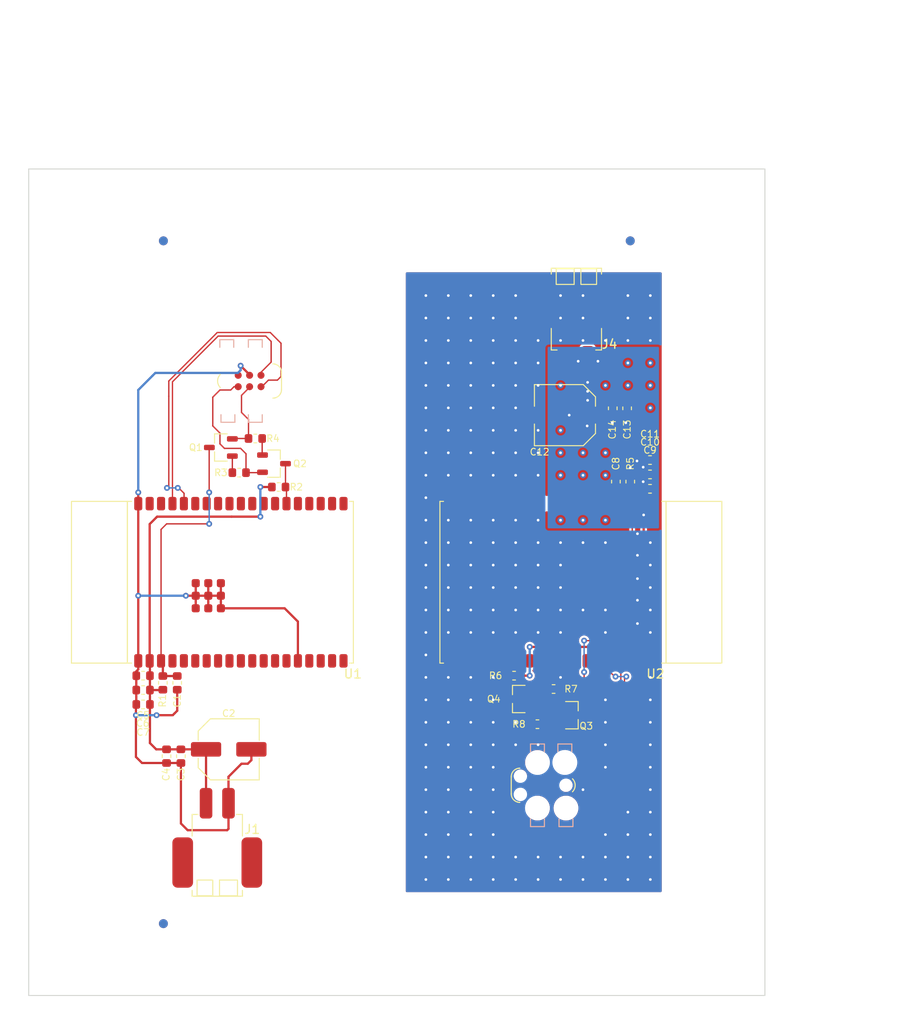
<source format=kicad_pcb>
(kicad_pcb (version 20211014) (generator pcbnew)
  (layers (0 "F.Cu" signal) (1 "In1.Cu" signal) (2 "In2.Cu" signal) (31 "B.Cu" signal) (34 "B.Paste" user) (35 "F.Paste" user) (36 "B.SilkS" user "B.Silkscreen") (37 "F.SilkS" user "F.Silkscreen") (38 "B.Mask" user) (39 "F.Mask" user) (44 "Edge.Cuts" user))
  (net 0 "")
  (net 1 "Board_0-+3V3")
  (net 2 "Board_0-/1_3V3")
  (net 3 "Board_0-/1_EN")
  (net 4 "Board_0-/1_ESP_RX")
  (net 5 "Board_0-/1_ESP_TX")
  (net 6 "Board_0-/1_GND")
  (net 7 "Board_0-/1_IO0")
  (net 8 "Board_0-/1_USB_DTR")
  (net 9 "Board_0-/1_USB_RTS")
  (net 10 "Board_0-/EN")
  (net 11 "Board_0-/ESP_RX")
  (net 12 "Board_0-/ESP_TX")
  (net 13 "Board_0-/IO0")
  (net 14 "Board_0-/USB_DTR")
  (net 15 "Board_0-/USB_RTS")
  (net 16 "Board_0-GND")
  (net 17 "Board_0-Net-(Q1-Pad1)")
  (net 18 "Board_0-Net-(Q2-Pad1)")
  (net 19 "Board_0-Net-(Q3-Pad1)")
  (net 20 "Board_0-Net-(Q4-Pad1)")
  (net 21 "Board_0-unconnected-(J2-Pad2)")
  (net 22 "Board_0-unconnected-(J3-Pad2)")
  (net 23 "Board_0-unconnected-(U1-Pad10)")
  (net 24 "Board_0-unconnected-(U1-Pad11)")
  (net 25 "Board_0-unconnected-(U1-Pad12)")
  (net 26 "Board_0-unconnected-(U1-Pad13)")
  (net 27 "Board_0-unconnected-(U1-Pad14)")
  (net 28 "Board_0-unconnected-(U1-Pad16)")
  (net 29 "Board_0-unconnected-(U1-Pad17)")
  (net 30 "Board_0-unconnected-(U1-Pad18)")
  (net 31 "Board_0-unconnected-(U1-Pad19)")
  (net 32 "Board_0-unconnected-(U1-Pad20)")
  (net 33 "Board_0-unconnected-(U1-Pad21)")
  (net 34 "Board_0-unconnected-(U1-Pad22)")
  (net 35 "Board_0-unconnected-(U1-Pad23)")
  (net 36 "Board_0-unconnected-(U1-Pad24)")
  (net 37 "Board_0-unconnected-(U1-Pad26)")
  (net 38 "Board_0-unconnected-(U1-Pad27)")
  (net 39 "Board_0-unconnected-(U1-Pad28)")
  (net 40 "Board_0-unconnected-(U1-Pad29)")
  (net 41 "Board_0-unconnected-(U1-Pad30)")
  (net 42 "Board_0-unconnected-(U1-Pad31)")
  (net 43 "Board_0-unconnected-(U1-Pad32)")
  (net 44 "Board_0-unconnected-(U1-Pad33)")
  (net 45 "Board_0-unconnected-(U1-Pad36)")
  (net 46 "Board_0-unconnected-(U1-Pad37)")
  (net 47 "Board_0-unconnected-(U1-Pad4)")
  (net 48 "Board_0-unconnected-(U1-Pad5)")
  (net 49 "Board_0-unconnected-(U1-Pad6)")
  (net 50 "Board_0-unconnected-(U1-Pad7)")
  (net 51 "Board_0-unconnected-(U1-Pad8)")
  (net 52 "Board_0-unconnected-(U1-Pad9)")
  (net 53 "Board_0-unconnected-(U2-Pad10)")
  (net 54 "Board_0-unconnected-(U2-Pad11)")
  (net 55 "Board_0-unconnected-(U2-Pad12)")
  (net 56 "Board_0-unconnected-(U2-Pad13)")
  (net 57 "Board_0-unconnected-(U2-Pad14)")
  (net 58 "Board_0-unconnected-(U2-Pad16)")
  (net 59 "Board_0-unconnected-(U2-Pad17)")
  (net 60 "Board_0-unconnected-(U2-Pad18)")
  (net 61 "Board_0-unconnected-(U2-Pad19)")
  (net 62 "Board_0-unconnected-(U2-Pad20)")
  (net 63 "Board_0-unconnected-(U2-Pad21)")
  (net 64 "Board_0-unconnected-(U2-Pad22)")
  (net 65 "Board_0-unconnected-(U2-Pad23)")
  (net 66 "Board_0-unconnected-(U2-Pad24)")
  (net 67 "Board_0-unconnected-(U2-Pad26)")
  (net 68 "Board_0-unconnected-(U2-Pad27)")
  (net 69 "Board_0-unconnected-(U2-Pad28)")
  (net 70 "Board_0-unconnected-(U2-Pad29)")
  (net 71 "Board_0-unconnected-(U2-Pad30)")
  (net 72 "Board_0-unconnected-(U2-Pad31)")
  (net 73 "Board_0-unconnected-(U2-Pad32)")
  (net 74 "Board_0-unconnected-(U2-Pad33)")
  (net 75 "Board_0-unconnected-(U2-Pad36)")
  (net 76 "Board_0-unconnected-(U2-Pad37)")
  (net 77 "Board_0-unconnected-(U2-Pad4)")
  (net 78 "Board_0-unconnected-(U2-Pad5)")
  (net 79 "Board_0-unconnected-(U2-Pad6)")
  (net 80 "Board_0-unconnected-(U2-Pad7)")
  (net 81 "Board_0-unconnected-(U2-Pad8)")
  (net 82 "Board_0-unconnected-(U2-Pad9)")
  (footprint "Fiducial" (layer "F.Cu") (at 30 99)
    (fp_text reference "REF**" hide)
    (fp_text value "Fiducial" hide)
  )
  (footprint "footprints:RESISTOR_0603N" (layer "F.Cu") (at 81.65 41.64 90)
    (fp_text reference "C13")
    (fp_text value "EMK107BB7225MA-T")
  )
  (footprint "footprints:RESISTOR_0603N" (layer "F.Cu") (at 42.84 50.4)
    (fp_text reference "R2")
    (fp_text value "RC0603JR-0710KL")
  )
  (footprint "Fiducial" (layer "F.Cu") (at 30 23)
    (fp_text reference "REF**" hide)
    (fp_text value "Fiducial" hide)
  )
  (footprint "footprints:RESISTOR_0603N" (layer "F.Cu") (at 30.35 80.36 -90)
    (fp_text reference "C4")
    (fp_text value "EMK107BB7225MA-T")
  )
  (footprint "footprints:MMSS8050-L-TPN" (layer "F.Cu") (at 42.32 47.8)
    (fp_text reference "Q2")
    (fp_text value "MMSS8050-L-TP")
  )
  (footprint "footprints:CAPACITOR_0603N" (layer "F.Cu") (at 27.74 71.4 180)
    (fp_text reference "C5")
    (fp_text value "CC0603KRX5R9BB105")
  )
  (footprint "footprints:MMSS8050-L-TPN" (layer "F.Cu") (at 69.58 74 180)
    (fp_text reference "Q4")
    (fp_text value "MMSS8050-L-TP")
  )
  (footprint "footprints:RESISTOR_0603N" (layer "F.Cu") (at 82 49.8 -90)
    (fp_text reference "R5")
    (fp_text value "RC0603JR-0710KL")
  )
  (footprint "footprints:CAPACITOR_0603N" (layer "F.Cu") (at 84.2 49)
    (fp_text reference "C10")
    (fp_text value "CC0603KRX5R9BB105")
  )
  (footprint "footprints:TC2030_SMALL" (layer "F.Cu") (at 39.6 38.6)
    (fp_text reference "J2" hide)
    (fp_text value "Tag_Connect_Programmer_6-Pin" hide)
  )
  (footprint "footprints:CAPACITOR_0603N" (layer "F.Cu") (at 84.2 50.6)
    (fp_text reference "C9")
    (fp_text value "CC0603KRX5R9BB105")
  )
  (footprint "footprints:RESISTOR_0603N" (layer "F.Cu") (at 73.46 72.884999)
    (fp_text reference "R7")
    (fp_text value "RC0603JR-0710KL")
  )
  (footprint "footprints:CAPACITOR_0603N" (layer "F.Cu") (at 27.74 74.6 180)
    (fp_text reference "C7")
    (fp_text value "CC0603KRX5R9BB105")
  )
  (footprint "Fiducial" (layer "F.Cu") (at 82 23)
    (fp_text reference "REF**" hide)
    (fp_text value "Fiducial" hide)
  )
  (footprint "footprints:RESISTOR_0603N" (layer "F.Cu") (at 80.05 41.64 90)
    (fp_text reference "C14")
    (fp_text value "EMK107BB7225MA-T")
  )
  (footprint "footprints:RESISTOR_0603N" (layer "F.Cu") (at 29.94 72.2 90)
    (fp_text reference "R1")
    (fp_text value "RC0603JR-0710KL")
  )
  (footprint "footprints:CAPACITOR_0603N" (layer "F.Cu") (at 84.2 47.4)
    (fp_text reference "C11")
    (fp_text value "CC0603KRX5R9BB105")
  )
  (footprint "footprints:1702473" (layer "F.Cu") (at 76 33.1 180)
    (fp_text reference "J4")
    (fp_text value "1702473")
  )
  (footprint "footprints:CAPACITOR_0603N" (layer "F.Cu") (at 27.74 73 180)
    (fp_text reference "C6")
    (fp_text value "CC0603KRX5R9BB105")
  )
  (footprint "footprints:TC2030_SMALL" (layer "F.Cu") (at 72.3 83.6 180)
    (fp_text reference "J3" hide)
    (fp_text value "Tag_Connect_Programmer_6-Pin" hide)
  )
  (footprint "footprints:RESISTOR_0603N" (layer "F.Cu") (at 40.24 45)
    (fp_text reference "R4")
    (fp_text value "RC0603JR-0710KL")
  )
  (footprint "footprints:ESP32-WROVER-IE-N8R8_EXT_ANT" (layer "F.Cu") (at 76.5 61 -90)
    (fp_text reference "U2")
    (fp_text value "ESP32-WROVER-IE-N8R8")
  )
  (footprint "footprints:RESISTOR_0603N" (layer "F.Cu") (at 71.66 76.8 180)
    (fp_text reference "R8")
    (fp_text value "RC0603JR-0710KL")
  )
  (footprint "footprints:RESISTOR_0603N" (layer "F.Cu") (at 31.95 80.36 -90)
    (fp_text reference "C3")
    (fp_text value "EMK107BB7225MA-T")
  )
  (footprint "footprints:ESP32-WROVER-IE-N8R8_EXT_ANT" (layer "F.Cu") (at 35.46 61 90)
    (fp_text reference "U1")
    (fp_text value "ESP32-WROVER-IE-N8R8")
  )
  (footprint "footprints:RESISTOR_0603N" (layer "F.Cu") (at 38.44 48.8 180)
    (fp_text reference "R3")
    (fp_text value "RC0603JR-0710KL")
  )
  (footprint "footprints:1702473" (layer "F.Cu") (at 36 88.9)
    (fp_text reference "J1")
    (fp_text value "1702473")
  )
  (footprint "footprints:CAPAE660X550D720L265X65N" (layer "F.Cu") (at 37.275 79.6)
    (fp_text reference "C2")
    (fp_text value "EMVE160ADA470MF55G")
  )
  (footprint "footprints:CAPACITOR_0603N" (layer "F.Cu") (at 80.4 49.8 90)
    (fp_text reference "C8")
    (fp_text value "CC0603KRX5R9BB105")
  )
  (footprint "footprints:MMSS8050-L-TPN" (layer "F.Cu") (at 75.5 75.8)
    (fp_text reference "Q3")
    (fp_text value "MMSS8050-L-TP")
  )
  (footprint "footprints:CAPACITOR_0603N" (layer "F.Cu") (at 31.54 72.2 -90)
    (fp_text reference "C1")
    (fp_text value "CC0603KRX5R9BB105")
  )
  (footprint "footprints:MMSS8050-L-TPN" (layer "F.Cu") (at 36.4 46 180)
    (fp_text reference "Q1")
    (fp_text value "MMSS8050-L-TP")
  )
  (footprint "footprints:RESISTOR_0603N" (layer "F.Cu") (at 69.06 71.4 180)
    (fp_text reference "R6")
    (fp_text value "RC0603JR-0710KL")
  )
  (footprint "footprints:CAPAE660X550D720L265X65N" (layer "F.Cu") (at 74.725 42.4 180)
    (fp_text reference "C12")
    (fp_text value "EMVE160ADA470MF55G")
  )
  (footprint "Fiducial" (layer "B.Cu") (at 82 23)
    (fp_text reference "REF**" hide)
    (fp_text value "Fiducial" hide)
  )
  (footprint "Fiducial" (layer "B.Cu") (at 30 99)
    (fp_text reference "REF**" hide)
    (fp_text value "Fiducial" hide)
  )
  (footprint "Fiducial" (layer "B.Cu") (at 30 23)
    (fp_text reference "REF**" hide)
    (fp_text value "Fiducial" hide)
  )
  (gr_line (start 15 107) (end 97 107) (layer "Edge.Cuts") (width 0.1))
  (gr_line (start 97 107) (end 97 15) (layer "Edge.Cuts") (width 0.1))
  (gr_line (start 97 15) (end 15 15) (layer "Edge.Cuts") (width 0.1))
  (gr_line (start 15 15) (end 15 107) (layer "Edge.Cuts") (width 0.1))
  (segment (start 77.25 39.75) (end 77.25 40.75) (width 1) (layer "F.Cu") (net 1))
  (segment (start 82.85 47.4) (end 83.44 47.4) (width 0.75) (layer "F.Cu") (net 1))
  (segment (start 83.49 50.65) (end 83.44 50.6) (width 0.75) (layer "F.Cu") (net 1))
  (segment (start 82.7 42.4) (end 81.65 42.4) (width 0.75) (layer "F.Cu") (net 1))
  (segment (start 77.25 42.4) (end 75.2 42.4) (width 0.75) (layer "F.Cu") (net 1))
  (segment (start 77.25 40.75) (end 77.25 42.4) (width 1) (layer "F.Cu") (net 1))
  (segment (start 77.25 43.55) (end 77.2 43.6) (width 0.75) (layer "F.Cu") (net 1))
  (segment (start 82 49.04) (end 83.4 49.04) (width 0.75) (layer "F.Cu") (net 1))
  (segment (start 77.25 38.75) (end 77.25 39.75) (width 1) (layer "F.Cu") (net 1))
  (segment (start 70.8 71.4) (end 69.82 71.4) (width 0.25) (layer "F.Cu") (net 1))
  (segment (start 77.25 42.4) (end 77.25 43.55) (width 0.75) (layer "F.Cu") (net 1))
  (segment (start 83.44 47.4) (end 83.44 43.14) (width 0.75) (layer "F.Cu") (net 1))
  (segment (start 77.25 36.4) (end 78.4 36.4) (width 1) (layer "F.Cu") (net 1))
  (segment (start 83.44 48.19) (end 83.44 47.4) (width 0.75) (layer "F.Cu") (net 1))
  (segment (start 83.49 67.21) (end 83 67.7) (width 0.25) (layer "F.Cu") (net 1))
  (segment (start 82 49.04) (end 82 48.25) (width 0.75) (layer "F.Cu") (net 1))
  (segment (start 76.8 68.2) (end 70.8 68.2) (width 0.25) (layer "F.Cu") (net 1))
  (segment (start 83.49 51.49) (end 83.49 53.51) (width 0.75) (layer "F.Cu") (net 1))
  (segment (start 83.44 50.6) (end 83.44 48.19) (width 0.75) (layer "F.Cu") (net 1))
  (segment (start 83.49 53.51) (end 83.49 67.21) (width 0.25) (layer "F.Cu") (net 1))
  (segment (start 83.4 49.04) (end 83.44 49) (width 0.75) (layer "F.Cu") (net 1))
  (segment (start 81.65 43.1) (end 81.65 42.4) (width 0.75) (layer "F.Cu") (net 1))
  (segment (start 80.05 42.4) (end 81.65 42.4) (width 0.75) (layer "F.Cu") (net 1))
  (segment (start 81.5 43.25) (end 81.65 43.1) (width 0.75) (layer "F.Cu") (net 1))
  (segment (start 80.05 43.2) (end 80.05 42.4) (width 0.75) (layer "F.Cu") (net 1))
  (segment (start 83.49 52.25) (end 83.49 53.51) (width 0.25) (layer "F.Cu") (net 1))
  (segment (start 77.25 42.4) (end 80.05 42.4) (width 0.75) (layer "F.Cu") (net 1))
  (segment (start 83.49 51.49) (end 83.49 50.65) (width 0.75) (layer "F.Cu") (net 1))
  (segment (start 82.75 47.5) (end 82.85 47.4) (width 0.75) (layer "F.Cu") (net 1))
  (segment (start 77.25 36.4) (end 77.25 38.75) (width 1) (layer "F.Cu") (net 1))
  (segment (start 77.25 36.4) (end 76.2 36.4) (width 1) (layer "F.Cu") (net 1))
  (segment (start 83 67.7) (end 82.5 68.2) (width 0.25) (layer "F.Cu") (net 1))
  (segment (start 83.49 52.25) (end 83.49 51.49) (width 0.75) (layer "F.Cu") (net 1))
  (segment (start 83.44 43.14) (end 82.7 42.4) (width 0.75) (layer "F.Cu") (net 1))
  (segment (start 80 43.25) (end 80.05 43.2) (width 0.75) (layer "F.Cu") (net 1))
  (segment (start 82.5 68.2) (end 76.8 68.2) (width 0.25) (layer "F.Cu") (net 1))
  (via (at 70.8 71.4) (size 0.65) (drill 0.3) (layers "F.Cu" "B.Cu") (net 1))
  (via (at 82 48.25) (size 0.65) (drill 0.3) (layers "F.Cu" "B.Cu") (net 1))
  (via (at 83.49 53.51) (size 0.65) (drill 0.3) (layers "F.Cu" "B.Cu") (net 1))
  (via (at 82.75 47.5) (size 0.65) (drill 0.3) (layers "F.Cu" "B.Cu") (net 1))
  (via (at 77.25 38.75) (size 0.65) (drill 0.3) (layers "F.Cu" "B.Cu") (net 1))
  (via (at 77.25 40.75) (size 0.65) (drill 0.3) (layers "F.Cu" "B.Cu") (net 1))
  (via (at 77.2 43.6) (size 0.65) (drill 0.3) (layers "F.Cu" "B.Cu") (net 1))
  (via (at 81.5 43.25) (size 0.65) (drill 0.3) (layers "F.Cu" "B.Cu") (net 1))
  (via (at 83.44 49.81) (size 0.65) (drill 0.3) (layers "F.Cu" "B.Cu") (net 1))
  (via (at 80 43.25) (size 0.65) (drill 0.3) (layers "F.Cu" "B.Cu") (net 1))
  (via (at 75.2 42.4) (size 0.65) (drill 0.3) (layers "F.Cu" "B.Cu") (net 1))
  (via (at 77.25 39.75) (size 0.65) (drill 0.3) (layers "F.Cu" "B.Cu") (net 1))
  (via (at 83.44 48.19) (size 0.65) (drill 0.3) (layers "F.Cu" "B.Cu") (net 1))
  (via (at 78.4 36.4) (size 0.65) (drill 0.3) (layers "F.Cu" "B.Cu") (net 1))
  (via (at 70.8 68.2) (size 0.65) (drill 0.3) (layers "F.Cu" "B.Cu") (net 1))
  (via (at 76.2 36.4) (size 0.65) (drill 0.3) (layers "F.Cu" "B.Cu") (net 1))
  (segment (start 70.8 68.2) (end 70.8 71.4) (width 0.25) (layer "B.Cu") (net 1))
  (segment (start 31.95 79.6) (end 30.35 79.6) (width 0.25) (layer "F.Cu") (net 2))
  (segment (start 28.5 71.4) (end 28.5 69.78) (width 0.25) (layer "F.Cu") (net 2))
  (segment (start 28.47 54.53) (end 29.2 53.8) (width 0.25) (layer "F.Cu") (net 2))
  (segment (start 28.5 74.6) (end 28.5 73) (width 0.25) (layer "F.Cu") (net 2))
  (segment (start 28.47 69.75) (end 28.47 54.53) (width 0.25) (layer "F.Cu") (net 2))
  (segment (start 28.5 69.78) (end 28.47 69.75) (width 0.25) (layer "F.Cu") (net 2))
  (segment (start 40.8 50.4) (end 42.08 50.4) (width 0.25) (layer "F.Cu") (net 2))
  (segment (start 29.2 53.8) (end 29.3 53.7) (width 0.25) (layer "F.Cu") (net 2))
  (segment (start 34.75 79.6) (end 31.95 79.6) (width 0.25) (layer "F.Cu") (net 2))
  (segment (start 29.2 79.6) (end 30.35 79.6) (width 0.25) (layer "F.Cu") (net 2))
  (segment (start 28.5 74.6) (end 28.5 78.9) (width 0.25) (layer "F.Cu") (net 2))
  (segment (start 28.5 78.9) (end 29.2 79.6) (width 0.25) (layer "F.Cu") (net 2))
  (segment (start 29.9 73) (end 29.94 72.96) (width 0.25) (layer "F.Cu") (net 2))
  (segment (start 29.3 53.7) (end 37.6 53.7) (width 0.25) (layer "F.Cu") (net 2))
  (segment (start 28.5 73) (end 28.5 71.4) (width 0.25) (layer "F.Cu") (net 2))
  (segment (start 28.5 73) (end 29.9 73) (width 0.25) (layer "F.Cu") (net 2))
  (segment (start 34.75 85.6) (end 34.75 79.6) (width 0.25) (layer "F.Cu") (net 2))
  (segment (start 37.6 53.7) (end 40.8 53.7) (width 0.25) (layer "F.Cu") (net 2))
  (via (at 40.8 53.7) (size 0.65) (drill 0.3) (layers "F.Cu" "B.Cu") (net 2))
  (via (at 40.8 50.4) (size 0.65) (drill 0.3) (layers "F.Cu" "B.Cu") (net 2))
  (segment (start 40.8 53.7) (end 40.8 50.4) (width 0.25) (layer "B.Cu") (net 2))
  (segment (start 82.22 50.78) (end 82 50.56) (width 0.15) (layer "F.Cu") (net 3))
  (segment (start 76.86 67.5) (end 81.6 67.5) (width 0.15) (layer "F.Cu") (net 3))
  (segment (start 82.22 66.88) (end 82.22 52.25) (width 0.15) (layer "F.Cu") (net 3))
  (segment (start 76.86 71) (end 76.86 75.98) (width 0.15) (layer "F.Cu") (net 3))
  (segment (start 82.22 52.25) (end 82.22 50.78) (width 0.15) (layer "F.Cu") (net 3))
  (segment (start 81.6 67.5) (end 82.22 66.88) (width 0.15) (layer "F.Cu") (net 3))
  (segment (start 80.4 50.56) (end 82 50.56) (width 0.15) (layer "F.Cu") (net 3))
  (via (at 76.86 71) (size 0.65) (drill 0.3) (layers "F.Cu" "B.Cu") (net 3))
  (via (at 76.86 67.5) (size 0.65) (drill 0.3) (layers "F.Cu" "B.Cu") (net 3))
  (segment (start 76.86 67.5) (end 76.86 71) (width 0.15) (layer "B.Cu") (net 3))
  (segment (start 81.36 83.4) (end 81.36 81.7) (width 0.15) (layer "F.Cu") (net 4))
  (segment (start 71.06 88.8) (end 75.96 88.8) (width 0.15) (layer "F.Cu") (net 4))
  (segment (start 81.36 81.7) (end 81.36 71.7) (width 0.15) (layer "F.Cu") (net 4))
  (segment (start 69.16 87.9) (end 70.06 88.8) (width 0.15) (layer "F.Cu") (net 4))
  (segment (start 81.36 71.7) (end 81.56 71.5) (width 0.15) (layer "F.Cu") (net 4))
  (segment (start 79.66 69.77) (end 79.68 69.75) (width 0.15) (layer "F.Cu") (net 4))
  (segment (start 80.26 71.5) (end 79.66 70.9) (width 0.15) (layer "F.Cu") (net 4))
  (segment (start 75.96 88.8) (end 77.76 87) (width 0.15) (layer "F.Cu") (net 4))
  (segment (start 70.06 88.8) (end 71.06 88.8) (width 0.15) (layer "F.Cu") (net 4))
  (segment (start 70.995 82.765) (end 70.26 83.5) (width 0.15) (layer "F.Cu") (net 4))
  (segment (start 80.36 71.5) (end 80.26 71.5) (width 0.15) (layer "F.Cu") (net 4))
  (segment (start 68.86 87.6) (end 69.16 87.9) (width 0.15) (layer "F.Cu") (net 4))
  (segment (start 70.26 83.5) (end 69.26 83.5) (width 0.15) (layer "F.Cu") (net 4))
  (segment (start 79.66 70.9) (end 79.66 69.77) (width 0.15) (layer "F.Cu") (net 4))
  (segment (start 68.86 83.9) (end 68.86 87.6) (width 0.15) (layer "F.Cu") (net 4))
  (segment (start 77.76 87) (end 81.36 83.4) (width 0.15) (layer "F.Cu") (net 4))
  (segment (start 69.26 83.5) (end 68.86 83.9) (width 0.15) (layer "F.Cu") (net 4))
  (via (at 81.56 71.5) (size 0.65) (drill 0.3) (layers "F.Cu" "B.Cu") (net 4))
  (via (at 80.36 71.5) (size 0.65) (drill 0.3) (layers "F.Cu" "B.Cu") (net 4))
  (segment (start 81.56 71.5) (end 80.36 71.5) (width 0.15) (layer "B.Cu") (net 4))
  (segment (start 71.09 84.37) (end 71.09 84.49) (width 0.15) (layer "F.Cu") (net 5))
  (segment (start 80.95 83.31) (end 80.95 69.75) (width 0.15) (layer "F.Cu") (net 5))
  (segment (start 69.96 85.62) (end 69.96 87.8) (width 0.15) (layer "F.Cu") (net 5))
  (segment (start 75.86 88.4) (end 80.95 83.31) (width 0.15) (layer "F.Cu") (net 5))
  (segment (start 69.96 87.8) (end 70.56 88.4) (width 0.15) (layer "F.Cu") (net 5))
  (segment (start 70.56 88.4) (end 75.86 88.4) (width 0.15) (layer "F.Cu") (net 5))
  (segment (start 71.09 84.49) (end 69.96 85.62) (width 0.15) (layer "F.Cu") (net 5))
  (segment (start 32.7 88.6) (end 31.95 87.85) (width 0.25) (layer "F.Cu") (net 6))
  (segment (start 39.4 81.2) (end 39.8 80.8) (width 0.25) (layer "F.Cu") (net 6))
  (segment (start 44.98 65.38) (end 43.5 63.9) (width 0.25) (layer "F.Cu") (net 6))
  (segment (start 26.98 71.4) (end 26.98 70.92) (width 0.25) (layer "F.Cu") (net 6))
  (segment (start 31.54 72.96) (end 31.54 75.3) (width 0.25) (layer "F.Cu") (net 6))
  (segment (start 39.6 37.9) (end 39.6 37.965) (width 0.25) (layer "F.Cu") (net 6))
  (segment (start 27.2 52.25) (end 27.2 62.5) (width 0.25) (layer "F.Cu") (net 6))
  (segment (start 44.98 69.75) (end 44.98 65.38) (width 0.25) (layer "F.Cu") (net 6))
  (segment (start 35 61.1) (end 35 63.9) (width 0.25) (layer "F.Cu") (net 6))
  (segment (start 32.5 62.5) (end 36.4 62.5) (width 0.25) (layer "F.Cu") (net 6))
  (segment (start 31.95 87.85) (end 31.95 81.12) (width 0.25) (layer "F.Cu") (net 6))
  (segment (start 27.62 81.12) (end 26.94 80.44) (width 0.25) (layer "F.Cu") (net 6))
  (segment (start 37.25 88.45) (end 37.1 88.6) (width 0.25) (layer "F.Cu") (net 6))
  (segment (start 26.94 80.44) (end 26.94 75.8) (width 0.25) (layer "F.Cu") (net 6))
  (segment (start 30.35 81.12) (end 27.62 81.12) (width 0.25) (layer "F.Cu") (net 6))
  (segment (start 38.7 81.2) (end 39.4 81.2) (width 0.25) (layer "F.Cu") (net 6))
  (segment (start 39.8 80.8) (end 39.8 79.6) (width 0.25) (layer "F.Cu") (net 6))
  (segment (start 30.35 81.12) (end 31.95 81.12) (width 0.25) (layer "F.Cu") (net 6))
  (segment (start 43.5 63.9) (end 36.4 63.9) (width 0.25) (layer "F.Cu") (net 6))
  (segment (start 26.98 70.92) (end 27.2 70.7) (width 0.25) (layer "F.Cu") (net 6))
  (segment (start 26.98 74.6) (end 26.98 71.4) (width 0.25) (layer "F.Cu") (net 6))
  (segment (start 26.94 75.8) (end 26.94 74.64) (width 0.25) (layer "F.Cu") (net 6))
  (segment (start 27.2 62.5) (end 27.2 69.75) (width 0.25) (layer "F.Cu") (net 6))
  (segment (start 37.25 82.65) (end 38.7 81.2) (width 0.25) (layer "F.Cu") (net 6))
  (segment (start 37.25 85.6) (end 37.25 88.45) (width 0.25) (layer "F.Cu") (net 6))
  (segment (start 37.1 88.6) (end 32.7 88.6) (width 0.25) (layer "F.Cu") (net 6))
  (segment (start 31.04 75.8) (end 29.24 75.8) (width 0.25) (layer "F.Cu") (net 6))
  (segment (start 27.2 70.7) (end 27.2 69.75) (width 0.25) (layer "F.Cu") (net 6))
  (segment (start 27.2 52.25) (end 27.2 51) (width 0.25) (layer "F.Cu") (net 6))
  (segment (start 31.54 75.3) (end 31.24 75.6) (width 0.25) (layer "F.Cu") (net 6))
  (segment (start 36.4 63.9) (end 36.4 61.1) (width 0.25) (layer "F.Cu") (net 6))
  (segment (start 37.25 85.6) (end 37.25 82.65) (width 0.25) (layer "F.Cu") (net 6))
  (segment (start 31.24 75.6) (end 31.04 75.8) (width 0.25) (layer "F.Cu") (net 6))
  (segment (start 38.6 36.9) (end 39.6 37.9) (width 0.25) (layer "F.Cu") (net 6))
  (segment (start 33.6 63.9) (end 33.6 61.1) (width 0.25) (layer "F.Cu") (net 6))
  (via (at 29.24 75.8) (size 0.65) (drill 0.3) (layers "F.Cu" "B.Cu") (net 6))
  (via (at 32.5 62.5) (size 0.65) (drill 0.3) (layers "F.Cu" "B.Cu") (net 6))
  (via (at 27.2 62.5) (size 0.65) (drill 0.3) (layers "F.Cu" "B.Cu") (net 6))
  (via (at 26.94 75.8) (size 0.65) (drill 0.3) (layers "F.Cu" "B.Cu") (net 6))
  (via (at 27.2 51) (size 0.65) (drill 0.3) (layers "F.Cu" "B.Cu") (net 6))
  (via (at 38.6 36.9) (size 0.65) (drill 0.3) (layers "F.Cu" "B.Cu") (net 6))
  (segment (start 38.3 37.7) (end 38.6 37.4) (width 0.25) (layer "B.Cu") (net 6))
  (segment (start 29.24 75.8) (end 26.94 75.8) (width 0.25) (layer "B.Cu") (net 6))
  (segment (start 27.2 51) (end 27.2 39.6) (width 0.25) (layer "B.Cu") (net 6))
  (segment (start 27.2 62.5) (end 32.5 62.5) (width 0.25) (layer "B.Cu") (net 6))
  (segment (start 28.8 38) (end 29.1 37.7) (width 0.25) (layer "B.Cu") (net 6))
  (segment (start 38.6 37.4) (end 38.6 36.9) (width 0.25) (layer "B.Cu") (net 6))
  (segment (start 27.2 39.6) (end 28.8 38) (width 0.25) (layer "B.Cu") (net 6))
  (segment (start 29.1 37.7) (end 38.3 37.7) (width 0.25) (layer "B.Cu") (net 6))
  (segment (start 68.25 69.75) (end 68.25 71.49) (width 0.15) (layer "F.Cu") (net 7))
  (segment (start 68.36 71.6) (end 68.36 74.2) (width 0.15) (layer "F.Cu") (net 7))
  (segment (start 68.25 71.49) (end 68.36 71.6) (width 0.15) (layer "F.Cu") (net 7))
  (segment (start 75.16 75.9) (end 73.36 75.9) (width 0.15) (layer "F.Cu") (net 8))
  (segment (start 72.76 73.2) (end 70.96 73.2) (width 0.15) (layer "F.Cu") (net 8))
  (segment (start 72.76 75.3) (end 72.76 73.2) (width 0.15) (layer "F.Cu") (net 8))
  (segment (start 73.36 75.9) (end 72.76 75.3) (width 0.15) (layer "F.Cu") (net 8))
  (segment (start 76.46 81.6) (end 76.46 78.4) (width 0.15) (layer "F.Cu") (net 8))
  (segment (start 74.095 82.765) (end 74.26 82.6) (width 0.15) (layer "F.Cu") (net 8))
  (segment (start 75.66 77.6) (end 75.66 76.4) (width 0.15) (layer "F.Cu") (net 8))
  (segment (start 76.46 78.4) (end 75.66 77.6) (width 0.15) (layer "F.Cu") (net 8))
  (segment (start 75.46 82.6) (end 76.46 81.6) (width 0.15) (layer "F.Cu") (net 8))
  (segment (start 74.26 82.6) (end 75.46 82.6) (width 0.15) (layer "F.Cu") (net 8))
  (segment (start 75.66 76.4) (end 75.16 75.9) (width 0.15) (layer "F.Cu") (net 8))
  (segment (start 73.63 82.765) (end 74.095 82.765) (width 0.15) (layer "F.Cu") (net 8))
  (segment (start 73.2 81.86) (end 72.36 82.7) (width 0.15) (layer "F.Cu") (net 9))
  (segment (start 73.2 79.84) (end 73.2 81.86) (width 0.15) (layer "F.Cu") (net 9))
  (segment (start 72.36 82.7) (end 72.36 82.765) (width 0.15) (layer "F.Cu") (net 9))
  (segment (start 74.24 77) (end 72.48 77) (width 0.15) (layer "F.Cu") (net 9))
  (segment (start 72.48 79.12) (end 73.2 79.84) (width 0.15) (layer "F.Cu") (net 9))
  (segment (start 74.28 76.96) (end 74.24 77) (width 0.15) (layer "F.Cu") (net 9))
  (segment (start 72.48 77) (end 72.48 79.12) (width 0.15) (layer "F.Cu") (net 9))
  (segment (start 35.1 54.5) (end 30.36 54.5) (width 0.15) (layer "F.Cu") (net 10))
  (segment (start 35.1 51) (end 35.1 46.02) (width 0.15) (layer "F.Cu") (net 10))
  (segment (start 30.36 54.5) (end 29.74 55.12) (width 0.15) (layer "F.Cu") (net 10))
  (segment (start 31.54 71.44) (end 29.94 71.44) (width 0.25) (layer "F.Cu") (net 10))
  (segment (start 35.1 46.02) (end 35.12 46) (width 0.15) (layer "F.Cu") (net 10))
  (segment (start 29.94 71.44) (end 29.94 69.95) (width 0.25) (layer "F.Cu") (net 10))
  (segment (start 29.74 55.12) (end 29.74 69.75) (width 0.15) (layer "F.Cu") (net 10))
  (via (at 35.1 54.5) (size 0.65) (drill 0.3) (layers "F.Cu" "B.Cu") (net 10))
  (via (at 35.1 51) (size 0.65) (drill 0.3) (layers "F.Cu" "B.Cu") (net 10))
  (segment (start 35.1 54.5) (end 35.1 51) (width 0.15) (layer "B.Cu") (net 10))
  (segment (start 42.8 34.1) (end 41.9 33.2) (width 0.15) (layer "F.Cu") (net 11))
  (segment (start 32.3 52.23) (end 32.28 52.25) (width 0.15) (layer "F.Cu") (net 11))
  (segment (start 31.7 50.5) (end 32.3 51.1) (width 0.15) (layer "F.Cu") (net 11))
  (segment (start 42.7 38.5) (end 43.1 38.1) (width 0.15) (layer "F.Cu") (net 11))
  (segment (start 30.6 38.6) (end 30.6 40.3) (width 0.15) (layer "F.Cu") (net 11))
  (segment (start 40.965 39.235) (end 41.7 38.5) (width 0.15) (layer "F.Cu") (net 11))
  (segment (start 30.6 50.3) (end 30.4 50.5) (width 0.15) (layer "F.Cu") (net 11))
  (segment (start 32.3 51.1) (end 32.3 52.23) (width 0.15) (layer "F.Cu") (net 11))
  (segment (start 43.1 34.4) (end 42.8 34.1) (width 0.15) (layer "F.Cu") (net 11))
  (segment (start 30.6 40.3) (end 30.6 50.3) (width 0.15) (layer "F.Cu") (net 11))
  (segment (start 31.6 50.5) (end 31.7 50.5) (width 0.15) (layer "F.Cu") (net 11))
  (segment (start 43.1 38.1) (end 43.1 34.4) (width 0.15) (layer "F.Cu") (net 11))
  (segment (start 40.9 33.2) (end 36 33.2) (width 0.15) (layer "F.Cu") (net 11))
  (segment (start 41.9 33.2) (end 40.9 33.2) (width 0.15) (layer "F.Cu") (net 11))
  (segment (start 40.87 39.235) (end 40.965 39.235) (width 0.15) (layer "F.Cu") (net 11))
  (segment (start 36 33.2) (end 34.2 35) (width 0.15) (layer "F.Cu") (net 11))
  (segment (start 34.2 35) (end 30.6 38.6) (width 0.15) (layer "F.Cu") (net 11))
  (segment (start 41.7 38.5) (end 42.7 38.5) (width 0.15) (layer "F.Cu") (net 11))
  (via (at 30.4 50.5) (size 0.65) (drill 0.3) (layers "F.Cu" "B.Cu") (net 11))
  (via (at 31.6 50.5) (size 0.65) (drill 0.3) (layers "F.Cu" "B.Cu") (net 11))
  (segment (start 30.4 50.5) (end 31.6 50.5) (width 0.15) (layer "B.Cu") (net 11))
  (segment (start 41.4 33.6) (end 36.1 33.6) (width 0.15) (layer "F.Cu") (net 12))
  (segment (start 31.01 38.69) (end 31.01 52.25) (width 0.15) (layer "F.Cu") (net 12))
  (segment (start 40.87 37.965) (end 40.87 37.63) (width 0.15) (layer "F.Cu") (net 12))
  (segment (start 42 34.2) (end 41.4 33.6) (width 0.15) (layer "F.Cu") (net 12))
  (segment (start 42 36.5) (end 42 34.2) (width 0.15) (layer "F.Cu") (net 12))
  (segment (start 36.1 33.6) (end 31.01 38.69) (width 0.15) (layer "F.Cu") (net 12))
  (segment (start 40.87 37.63) (end 42 36.5) (width 0.15) (layer "F.Cu") (net 12))
  (segment (start 43.71 52.25) (end 43.71 50.51) (width 0.15) (layer "F.Cu") (net 13))
  (segment (start 43.71 50.51) (end 43.6 50.4) (width 0.15) (layer "F.Cu") (net 13))
  (segment (start 43.6 50.4) (end 43.6 47.8) (width 0.15) (layer "F.Cu") (net 13))
  (segment (start 39.2 46.7) (end 39.2 48.8) (width 0.15) (layer "F.Cu") (net 14))
  (segment (start 41.04 48.76) (end 41 48.8) (width 0.15) (layer "F.Cu") (net 14))
  (segment (start 41 48.8) (end 39.2 48.8) (width 0.15) (layer "F.Cu") (net 14))
  (segment (start 37.865 39.235) (end 37.5 39.6) (width 0.15) (layer "F.Cu") (net 14))
  (segment (start 36.3 45.6) (end 36.8 46.1) (width 0.15) (layer "F.Cu") (net 14))
  (segment (start 38.6 46.1) (end 39.2 46.7) (width 0.15) (layer "F.Cu") (net 14))
  (segment (start 37.5 39.6) (end 36.3 39.6) (width 0.15) (layer "F.Cu") (net 14))
  (segment (start 36.3 39.6) (end 35.5 40.4) (width 0.15) (layer "F.Cu") (net 14))
  (segment (start 36.3 44.4) (end 36.3 45.6) (width 0.15) (layer "F.Cu") (net 14))
  (segment (start 35.5 40.4) (end 35.5 43.6) (width 0.15) (layer "F.Cu") (net 14))
  (segment (start 36.8 46.1) (end 38.6 46.1) (width 0.15) (layer "F.Cu") (net 14))
  (segment (start 38.33 39.235) (end 37.865 39.235) (width 0.15) (layer "F.Cu") (net 14))
  (segment (start 35.5 43.6) (end 36.3 44.4) (width 0.15) (layer "F.Cu") (net 14))
  (segment (start 38.7 40.2) (end 39.6 39.3) (width 0.15) (layer "F.Cu") (net 15))
  (segment (start 39.48 42.88) (end 38.7 42.1) (width 0.15) (layer "F.Cu") (net 15))
  (segment (start 39.6 39.3) (end 39.6 39.235) (width 0.15) (layer "F.Cu") (net 15))
  (segment (start 37.72 45) (end 37.68 45.04) (width 0.15) (layer "F.Cu") (net 15))
  (segment (start 38.7 42.1) (end 38.7 40.2) (width 0.15) (layer "F.Cu") (net 15))
  (segment (start 39.48 45) (end 37.72 45) (width 0.15) (layer "F.Cu") (net 15))
  (segment (start 39.48 45) (end 39.48 42.88) (width 0.15) (layer "F.Cu") (net 15))
  (via (at 74.235 61.590476) (size 0.65) (drill 0.3) (layers "F.Cu" "B.Cu") (net 16))
  (via (at 64.235 66.590476) (size 0.65) (drill 0.3) (layers "F.Cu" "B.Cu") (net 16))
  (via (at 59.235 64.090476) (size 0.65) (drill 0.3) (layers "F.Cu" "B.Cu") (net 16))
  (via (at 69.235 44.090476) (size 0.65) (drill 0.3) (layers "F.Cu" "B.Cu") (net 16))
  (via (at 66.735 91.590476) (size 0.65) (drill 0.3) (layers "F.Cu" "B.Cu") (net 16))
  (via (at 74.235 64.090476) (size 0.65) (drill 0.3) (layers "F.Cu" "B.Cu") (net 16))
  (via (at 71.735 61.590476) (size 0.65) (drill 0.3) (layers "F.Cu" "B.Cu") (net 16))
  (via (at 84.235 79.090476) (size 0.65) (drill 0.3) (layers "F.Cu" "B.Cu") (net 16))
  (via (at 71.735 34.090476) (size 0.65) (drill 0.3) (layers "F.Cu" "B.Cu") (net 16))
  (via (at 61.735 66.590476) (size 0.65) (drill 0.3) (layers "F.Cu" "B.Cu") (net 16))
  (via (at 71.735 36.590476) (size 0.65) (drill 0.3) (layers "F.Cu" "B.Cu") (net 16))
  (via (at 79.235 46.590476) (size 0.65) (drill 0.3) (layers "F.Cu" "B.Cu") (net 16))
  (via (at 71.735 94.090476) (size 0.65) (drill 0.3) (layers "F.Cu" "B.Cu") (net 16))
  (via (at 69.235 64.090476) (size 0.65) (drill 0.3) (layers "F.Cu" "B.Cu") (net 16))
  (via (at 61.735 49.090476) (size 0.65) (drill 0.3) (layers "F.Cu" "B.Cu") (net 16))
  (via (at 79.235 94.090476) (size 0.65) (drill 0.3) (layers "F.Cu" "B.Cu") (net 16))
  (via (at 76.735 34.090476) (size 0.65) (drill 0.3) (layers "F.Cu" "B.Cu") (net 16))
  (via (at 61.735 36.590476) (size 0.65) (drill 0.3) (layers "F.Cu" "B.Cu") (net 16))
  (via (at 61.735 94.090476) (size 0.65) (drill 0.3) (layers "F.Cu" "B.Cu") (net 16))
  (via (at 76.735 64.090476) (size 0.65) (drill 0.3) (layers "F.Cu" "B.Cu") (net 16))
  (via (at 71.735 66.590476) (size 0.65) (drill 0.3) (layers "F.Cu" "B.Cu") (net 16))
  (via (at 74.235 94.090476) (size 0.65) (drill 0.3) (layers "F.Cu" "B.Cu") (net 16))
  (via (at 81.735 34.090476) (size 0.65) (drill 0.3) (layers "F.Cu" "B.Cu") (net 16))
  (via (at 81.735 39.090476) (size 0.65) (drill 0.3) (layers "F.Cu" "B.Cu") (net 16))
  (via (at 69.235 46.590476) (size 0.65) (drill 0.3) (layers "F.Cu" "B.Cu") (net 16))
  (via (at 84.235 29.090476) (size 0.65) (drill 0.3) (layers "F.Cu" "B.Cu") (net 16))
  (via (at 59.235 76.590476) (size 0.65) (drill 0.3) (layers "F.Cu" "B.Cu") (net 16))
  (via (at 66.735 59.090476) (size 0.65) (drill 0.3) (layers "F.Cu" "B.Cu") (net 16))
  (via (at 84.235 31.590476) (size 0.65) (drill 0.3) (layers "F.Cu" "B.Cu") (net 16))
  (via (at 84.235 41.590476) (size 0.65) (drill 0.3) (layers "F.Cu" "B.Cu") (net 16))
  (via (at 66.735 56.590476) (size 0.65) (drill 0.3) (layers "F.Cu" "B.Cu") (net 16))
  (via (at 61.735 56.590476) (size 0.65) (drill 0.3) (layers "F.Cu" "B.Cu") (net 16))
  (via (at 66.735 84.090476) (size 0.65) (drill 0.3) (layers "F.Cu" "B.Cu") (net 16))
  (via (at 59.235 74.090476) (size 0.65) (drill 0.3) (layers "F.Cu" "B.Cu") (net 16))
  (via (at 59.235 51.590476) (size 0.65) (drill 0.3) (layers "F.Cu" "B.Cu") (net 16))
  (via (at 66.735 31.590476) (size 0.65) (drill 0.3) (layers "F.Cu" "B.Cu") (net 16))
  (via (at 74.235 54.090476) (size 0.65) (drill 0.3) (layers "F.Cu" "B.Cu") (net 16))
  (via (at 74.235 59.090476) (size 0.65) (drill 0.3) (layers "F.Cu" "B.Cu") (net 16))
  (via (at 76.735 46.590476) (size 0.65) (drill 0.3) (layers "F.Cu" "B.Cu") (net 16))
  (via (at 81.735 36.590476) (size 0.65) (drill 0.3) (layers "F.Cu" "B.Cu") (net 16))
  (via (at 71.735 56.590476) (size 0.65) (drill 0.3) (layers "F.Cu" "B.Cu") (net 16))
  (via (at 61.735 39.090476) (size 0.65) (drill 0.3) (layers "F.Cu" "B.Cu") (net 16))
  (via (at 59.235 46.590476) (size 0.65) (drill 0.3) (layers "F.Cu" "B.Cu") (net 16))
  (via (at 64.235 74.090476) (size 0.65) (drill 0.3) (layers "F.Cu" "B.Cu") (net 16))
  (via (at 82.8 55.6) (size 0.65) (drill 0.3) (layers "F.Cu" "B.Cu") (net 16))
  (via (at 84.235 74.090476) (size 0.65) (drill 0.3) (layers "F.Cu" "B.Cu") (net 16))
  (via (at 59.235 31.590476) (size 0.65) (drill 0.3) (layers "F.Cu" "B.Cu") (net 16))
  (via (at 74.235 44.090476) (size 0.65) (drill 0.3) (layers "F.Cu" "B.Cu") (net 16))
  (via (at 59.235 39.090476) (size 0.65) (drill 0.3) (layers "F.Cu" "B.Cu") (net 16))
  (via (at 81.735 94.090476) (size 0.65) (drill 0.3) (layers "F.Cu" "B.Cu") (net 16))
  (via (at 66.735 54.090476) (size 0.65) (drill 0.3) (layers "F.Cu" "B.Cu") (net 16))
  (via (at 66.735 46.590476) (size 0.65) (drill 0.3) (layers "F.Cu" "B.Cu") (net 16))
  (via (at 66.735 34.090476) (size 0.65) (drill 0.3) (layers "F.Cu" "B.Cu") (net 16))
  (via (at 64.235 64.090476) (size 0.65) (drill 0.3) (layers "F.Cu" "B.Cu") (net 16))
  (via (at 64.235 49.090476) (size 0.65) (drill 0.3) (layers "F.Cu" "B.Cu") (net 16))
  (via (at 64.235 91.590476) (size 0.65) (drill 0.3) (layers "F.Cu" "B.Cu") (net 16))
  (via (at 66.735 76.590476) (size 0.65) (drill 0.3) (layers "F.Cu" "B.Cu") (net 16))
  (via (at 79.235 49.090476) (size 0.65) (drill 0.3) (layers "F.Cu" "B.Cu") (net 16))
  (via (at 79.235 34.090476) (size 0.65) (drill 0.3) (layers "F.Cu" "B.Cu") (net 16))
  (via (at 74.235 66.590476) (size 0.65) (drill 0.3) (layers "F.Cu" "B.Cu") (net 16))
  (via (at 61.735 74.090476) (size 0.65) (drill 0.3) (layers "F.Cu" "B.Cu") (net 16))
  (via (at 76.735 91.590476) (size 0.65) (drill 0.3) (layers "F.Cu" "B.Cu") (net 16))
  (via (at 59.235 71.590476) (size 0.65) (drill 0.3) (layers "F.Cu" "B.Cu") (net 16))
  (via (at 61.735 89.090476) (size 0.65) (drill 0.3) (layers "F.Cu" "B.Cu") (net 16))
  (via (at 84.235 34.090476) (size 0.65) (drill 0.3) (layers "F.Cu" "B.Cu") (net 16))
  (via (at 84.235 71.590476) (size 0.65) (drill 0.3) (layers "F.Cu" "B.Cu") (net 16))
  (via (at 66.735 29.090476) (size 0.65) (drill 0.3) (layers "F.Cu" "B.Cu") (net 16))
  (via (at 64.235 71.590476) (size 0.65) (drill 0.3) (layers "F.Cu" "B.Cu") (net 16))
  (via (at 79.235 64.090476) (size 0.65) (drill 0.3) (layers "F.Cu" "B.Cu") (net 16))
  (via (at 64.235 61.590476) (size 0.65) (drill 0.3) (layers "F.Cu" "B.Cu") (net 16))
  (via (at 61.735 29.090476) (size 0.65) (drill 0.3) (layers "F.Cu" "B.Cu") (net 16))
  (via (at 84.235 84.090476) (size 0.65) (drill 0.3) (layers "F.Cu" "B.Cu") (net 16))
  (via (at 64.235 81.590476) (size 0.65) (drill 0.3) (layers "F.Cu" "B.Cu") (net 16))
  (via (at 64.235 54.090476) (size 0.65) (drill 0.3) (layers "F.Cu" "B.Cu") (net 16))
  (via (at 66.735 61.590476) (size 0.65) (drill 0.3) (layers "F.Cu" "B.Cu") (net 16))
  (via (at 69.235 54.090476) (size 0.65) (drill 0.3) (layers "F.Cu" "B.Cu") (net 16))
  (via (at 64.235 76.590476) (size 0.65) (drill 0.3) (layers "F.Cu" "B.Cu") (net 16))
  (via (at 59.235 41.590476) (size 0.65) (drill 0.3) (layers "F.Cu" "B.Cu") (net 16))
  (via (at 76.735 31.590476) (size 0.65) (drill 0.3) (layers "F.Cu" "B.Cu") (net 16))
  (via (at 74.235 34.090476) (size 0.65) (drill 0.3) (layers "F.Cu" "B.Cu") (net 16))
  (via (at 79.235 56.590476) (size 0.65) (drill 0.3) (layers "F.Cu" "B.Cu") (net 16))
  (via (at 71.735 54.090476) (size 0.65) (drill 0.3) (layers "F.Cu" "B.Cu") (net 16))
  (via (at 71.735 59.090476) (size 0.65) (drill 0.3) (layers "F.Cu" "B.Cu") (net 16))
  (via (at 66.735 64.090476) (size 0.65) (drill 0.3) (layers "F.Cu" "B.Cu") (net 16))
  (via (at 66.735 94.090476) (size 0.65) (drill 0.3) (layers "F.Cu" "B.Cu") (net 16))
  (via (at 69.235 36.590476) (size 0.65) (drill 0.3) (layers "F.Cu" "B.Cu") (net 16))
  (via (at 59.235 59.090476) (size 0.65) (drill 0.3) (layers "F.Cu" "B.Cu") (net 16))
  (via (at 76.735 94.090476) (size 0.65) (drill 0.3) (layers "F.Cu" "B.Cu") (net 16))
  (via (at 59.235 56.590476) (size 0.65) (drill 0.3) (layers "F.Cu" "B.Cu") (net 16))
  (via (at 61.735 71.590476) (size 0.65) (drill 0.3) (layers "F.Cu" "B.Cu") (net 16))
  (via (at 66.735 66.590476) (size 0.65) (drill 0.3) (layers "F.Cu" "B.Cu") (net 16))
  (via (at 59.235 49.090476) (size 0.65) (drill 0.3) (layers "F.Cu" "B.Cu") (net 16))
  (via (at 59.235 54.090476) (size 0.65) (drill 0.3) (layers "F.Cu" "B.Cu") (net 16))
  (via (at 74.235 46.590476) (size 0.65) (drill 0.3) (layers "F.Cu" "B.Cu") (net 16))
  (via (at 59.235 91.590476) (size 0.65) (drill 0.3) (layers "F.Cu" "B.Cu") (net 16))
  (via (at 69.235 66.590476) (size 0.65) (drill 0.3) (layers "F.Cu" "B.Cu") (net 16))
  (via (at 61.735 61.590476) (size 0.65) (drill 0.3) (layers "F.Cu" "B.Cu") (net 16))
  (via (at 74.235 56.590476) (size 0.65) (drill 0.3) (layers "F.Cu" "B.Cu") (net 16))
  (via (at 84.235 39.090476) (size 0.65) (drill 0.3) (layers "F.Cu" "B.Cu") (net 16))
  (via (at 66.735 49.090476) (size 0.65) (drill 0.3) (layers "F.Cu" "B.Cu") (net 16))
  (via (at 66.735 71.590476) (size 0.65) (drill 0.3) (layers "F.Cu" "B.Cu") (net 16))
  (via (at 79.235 76.590476) (size 0.65) (drill 0.3) (layers "F.Cu" "B.Cu") (net 16))
  (via (at 61.735 79.090476) (size 0.65) (drill 0.3) (layers "F.Cu" "B.Cu") (net 16))
  (via (at 79.235 39.090476) (size 0.65) (drill 0.3) (layers "F.Cu" "B.Cu") (net 16))
  (via (at 64.235 56.590476) (size 0.65) (drill 0.3) (layers "F.Cu" "B.Cu") (net 16))
  (via (at 66.735 41.590476) (size 0.65) (drill 0.3) (layers "F.Cu" "B.Cu") (net 16))
  (via (at 59.235 84.090476) (size 0.65) (drill 0.3) (layers "F.Cu" "B.Cu") (net 16))
  (via (at 76.735 49.090476) (size 0.65) (drill 0.3) (layers "F.Cu" "B.Cu") (net 16))
  (via (at 66.735 79.090476) (size 0.65) (drill 0.3) (layers "F.Cu" "B.Cu") (net 16))
  (via (at 69.235 79.090476) (size 0.65) (drill 0.3) (layers "F.Cu" "B.Cu") (net 16))
  (via (at 71.735 91.590476) (size 0.65) (drill 0.3) (layers "F.Cu" "B.Cu") (net 16))
  (via (at 61.735 41.590476) (size 0.65) (drill 0.3) (layers "F.Cu" "B.Cu") (net 16))
  (via (at 69.235 49.090476) (size 0.65) (drill 0.3) (layers "F.Cu" "B.Cu") (net 16))
  (via (at 66.735 39.090476) (size 0.65) (drill 0.3) (layers "F.Cu" "B.Cu") (net 16))
  (via (at 66.735 86.590476) (size 0.65) (drill 0.3) (layers "F.Cu" "B.Cu") (net 16))
  (via (at 69.235 56.590476) (size 0.65) (drill 0.3) (layers "F.Cu" "B.Cu") (net 16))
  (via (at 84.235 86.590476) (size 0.65) (drill 0.3) (layers "F.Cu" "B.Cu") (net 16))
  (via (at 74.235 71.590476) (size 0.65) (drill 0.3) (layers "F.Cu" "B.Cu") (net 16))
  (via (at 82.8 58) (size 0.65) (drill 0.3) (layers "F.Cu" "B.Cu") (net 16))
  (via (at 69.235 61.590476) (size 0.65) (drill 0.3) (layers "F.Cu" "B.Cu") (net 16))
  (via (at 84.235 91.590476) (size 0.65) (drill 0.3) (layers "F.Cu" "B.Cu") (net 16))
  (via (at 66.735 89.090476) (size 0.65) (drill 0.3) (layers "F.Cu" "B.Cu") (net 16))
  (via (at 79.235 89.090476) (size 0.65) (drill 0.3) (layers "F.Cu" "B.Cu") (net 16))
  (via (at 59.235 61.590476) (size 0.65) (drill 0.3) (layers "F.Cu" "B.Cu") (net 16))
  (via (at 84.235 61.590476) (size 0.65) (drill 0.3) (layers "F.Cu" "B.Cu") (net 16))
  (via (at 79.235 91.590476) (size 0.65) (drill 0.3) (layers "F.Cu" "B.Cu") (net 16))
  (via (at 61.735 31.590476) (size 0.65) (drill 0.3) (layers "F.Cu" "B.Cu") (net 16))
  (via (at 64.235 39.090476) (size 0.65) (drill 0.3) (layers "F.Cu" "B.Cu") (net 16))
  (via (at 61.735 44.090476) (size 0.65) (drill 0.3) (layers "F.Cu" "B.Cu") (net 16))
  (via (at 84.235 89.090476) (size 0.65) (drill 0.3) (layers "F.Cu" "B.Cu") (net 16))
  (via (at 59.235 94.090476) (size 0.65) (drill 0.3) (layers "F.Cu" "B.Cu") (net 16))
  (via (at 61.735 59.090476) (size 0.65) (drill 0.3) (layers "F.Cu" "B.Cu") (net 16))
  (via (at 74.235 49.090476) (size 0.65) (drill 0.3) (layers "F.Cu" "B.Cu") (net 16))
  (via (at 66.735 74.090476) (size 0.65) (drill 0.3) (layers "F.Cu" "B.Cu") (net 16))
  (via (at 84.235 81.590476) (size 0.65) (drill 0.3) (layers "F.Cu" "B.Cu") (net 16))
  (via (at 71.735 79.090476) (size 0.65) (drill 0.3) (layers "F.Cu" "B.Cu") (net 16))
  (via (at 71.735 46.590476) (size 0.65) (drill 0.3) (layers "F.Cu" "B.Cu") (net 16))
  (via (at 84.235 59.090476) (size 0.65) (drill 0.3) (layers "F.Cu" "B.Cu") (net 16))
  (via (at 71.735 44.090476) (size 0.65) (drill 0.3) (layers "F.Cu" "B.Cu") (net 16))
  (via (at 64.235 79.090476) (size 0.65) (drill 0.3) (layers "F.Cu" "B.Cu") (net 16))
  (via (at 61.735 64.090476) (size 0.65) (drill 0.3) (layers "F.Cu" "B.Cu") (net 16))
  (via (at 61.735 46.590476) (size 0.65) (drill 0.3) (layers "F.Cu" "B.Cu") (net 16))
  (via (at 64.235 86.590476) (size 0.65) (drill 0.3) (layers "F.Cu" "B.Cu") (net 16))
  (via (at 71.735 49.090476) (size 0.65) (drill 0.3) (layers "F.Cu" "B.Cu") (net 16))
  (via (at 61.735 76.590476) (size 0.65) (drill 0.3) (layers "F.Cu" "B.Cu") (net 16))
  (via (at 64.235 41.590476) (size 0.65) (drill 0.3) (layers "F.Cu" "B.Cu") (net 16))
  (via (at 59.235 29.090476) (size 0.65) (drill 0.3) (layers "F.Cu" "B.Cu") (net 16))
  (via (at 64.235 84.090476) (size 0.65) (drill 0.3) (layers "F.Cu" "B.Cu") (net 16))
  (via (at 76.735 56.590476) (size 0.65) (drill 0.3) (layers "F.Cu" "B.Cu") (net 16))
  (via (at 61.735 54.090476) (size 0.65) (drill 0.3) (layers "F.Cu" "B.Cu") (net 16))
  (via (at 76.735 54.090476) (size 0.65) (drill 0.3) (layers "F.Cu" "B.Cu") (net 16))
  (via (at 66.735 36.590476) (size 0.65) (drill 0.3) (layers "F.Cu" "B.Cu") (net 16))
  (via (at 79.235 79.090476) (size 0.65) (drill 0.3) (layers "F.Cu" "B.Cu") (net 16))
  (via (at 64.235 29.090476) (size 0.65) (drill 0.3) (layers "F.Cu" "B.Cu") (net 16))
  (via (at 76.735 29.090476) (size 0.65) (drill 0.3) (layers "F.Cu" "B.Cu") (net 16))
  (via (at 81.735 29.090476) (size 0.65) (drill 0.3) (layers "F.Cu" "B.Cu") (net 16))
  (via (at 59.235 66.590476) (size 0.65) (drill 0.3) (layers "F.Cu" "B.Cu") (net 16))
  (via (at 84.235 56.590476) (size 0.65) (drill 0.3) (layers "F.Cu" "B.Cu") (net 16))
  (via (at 64.235 31.590476) (size 0.65) (drill 0.3) (layers "F.Cu" "B.Cu") (net 16))
  (via (at 61.735 34.090476) (size 0.65) (drill 0.3) (layers "F.Cu" "B.Cu") (net 16))
  (via (at 59.235 81.590476) (size 0.65) (drill 0.3) (layers "F.Cu" "B.Cu") (net 16))
  (via (at 61.735 86.590476) (size 0.65) (drill 0.3) (layers "F.Cu" "B.Cu") (net 16))
  (via (at 69.235 31.590476) (size 0.65) (drill 0.3) (layers "F.Cu" "B.Cu") (net 16))
  (via (at 64.235 46.590476) (size 0.65) (drill 0.3) (layers "F.Cu" "B.Cu") (net 16))
  (via (at 74.235 91.590476) (size 0.65) (drill 0.3) (layers "F.Cu" "B.Cu") (net 16))
  (via (at 79.235 74.090476) (size 0.65) (drill 0.3) (layers "F.Cu" "B.Cu") (net 16))
  (via (at 64.235 59.090476) (size 0.65) (drill 0.3) (layers "F.Cu" "B.Cu") (net 16))
  (via (at 59.235 36.590476) (size 0.65) (drill 0.3) (layers "F.Cu" "B.Cu") (net 16))
  (via (at 81.735 31.590476) (size 0.65) (drill 0.3) (layers "F.Cu" "B.Cu") (net 16))
  (via (at 79.235 81.590476) (size 0.65) (drill 0.3) (layers "F.Cu" "B.Cu") (net 16))
  (via (at 74.235 29.090476) (size 0.65) (drill 0.3) (layers "F.Cu" "B.Cu") (net 16))
  (via (at 82.8 65.6) (size 0.65) (drill 0.3) (layers "F.Cu" "B.Cu") (net 16))
  (via (at 64.235 44.090476) (size 0.65) (drill 0.3) (layers "F.Cu" "B.Cu") (net 16))
  (via (at 71.735 39.090476) (size 0.65) (drill 0.3) (layers "F.Cu" "B.Cu") (net 16))
  (via (at 59.235 79.090476) (size 0.65) (drill 0.3) (layers "F.Cu" "B.Cu") (net 16))
  (via (at 66.735 81.590476) (size 0.65) (drill 0.3) (layers "F.Cu" "B.Cu") (net 16))
  (via (at 81.735 86.590476) (size 0.65) (drill 0.3) (layers "F.Cu" "B.Cu") (net 16))
  (via (at 81.735 89.090476) (size 0.65) (drill 0.3) (layers "F.Cu" "B.Cu") (net 16))
  (via (at 82.8 63) (size 0.65) (drill 0.3) (layers "F.Cu" "B.Cu") (net 16))
  (via (at 81.735 91.590476) (size 0.65) (drill 0.3) (layers "F.Cu" "B.Cu") (net 16))
  (via (at 61.735 84.090476) (size 0.65) (drill 0.3) (layers "F.Cu" "B.Cu") (net 16))
  (via (at 59.235 86.590476) (size 0.65) (drill 0.3) (layers "F.Cu" "B.Cu") (net 16))
  (via (at 79.235 54.090476) (size 0.65) (drill 0.3) (layers "F.Cu" "B.Cu") (net 16))
  (via (at 61.735 81.590476) (size 0.65) (drill 0.3) (layers "F.Cu" "B.Cu") (net 16))
  (via (at 69.235 39.090476) (size 0.65) (drill 0.3) (layers "F.Cu" "B.Cu") (net 16))
  (via (at 66.735 44.090476) (size 0.65) (drill 0.3) (layers "F.Cu" "B.Cu") (net 16))
  (via (at 69.235 29.090476) (size 0.65) (drill 0.3) (layers "F.Cu" "B.Cu") (net 16))
  (via (at 74.235 31.590476) (size 0.65) (drill 0.3) (layers "F.Cu" "B.Cu") (net 16))
  (via (at 82.8 60.6) (size 0.65) (drill 0.3) (layers "F.Cu" "B.Cu") (net 16))
  (via (at 84.235 94.090476) (size 0.65) (drill 0.3) (layers "F.Cu" "B.Cu") (net 16))
  (via (at 69.235 59.090476) (size 0.65) (drill 0.3) (layers "F.Cu" "B.Cu") (net 16))
  (via (at 76.735 84.090476) (size 0.65) (drill 0.3) (layers "F.Cu" "B.Cu") (net 16))
  (via (at 64.235 36.590476) (size 0.65) (drill 0.3) (layers "F.Cu" "B.Cu") (net 16))
  (via (at 59.235 69.090476) (size 0.65) (drill 0.3) (layers "F.Cu" "B.Cu") (net 16))
  (via (at 64.235 94.090476) (size 0.65) (drill 0.3) (layers "F.Cu" "B.Cu") (net 16))
  (via (at 59.235 89.090476) (size 0.65) (drill 0.3) (layers "F.Cu" "B.Cu") (net 16))
  (via (at 64.235 34.090476) (size 0.65) (drill 0.3) (layers "F.Cu" "B.Cu") (net 16))
  (via (at 69.235 41.590476) (size 0.65) (drill 0.3) (layers "F.Cu" "B.Cu") (net 16))
  (via (at 59.235 34.090476) (size 0.65) (drill 0.3) (layers "F.Cu" "B.Cu") (net 16))
  (via (at 71.735 64.090476) (size 0.65) (drill 0.3) (layers "F.Cu" "B.Cu") (net 16))
  (via (at 69.235 76.590476) (size 0.65) (drill 0.3) (layers "F.Cu" "B.Cu") (net 16))
  (via (at 61.735 91.590476) (size 0.65) (drill 0.3) (layers "F.Cu" "B.Cu") (net 16))
  (via (at 69.235 91.590476) (size 0.65) (drill 0.3) (layers "F.Cu" "B.Cu") (net 16))
  (via (at 59.235 44.090476) (size 0.65) (drill 0.3) (layers "F.Cu" "B.Cu") (net 16))
  (via (at 84.235 76.590476) (size 0.65) (drill 0.3) (layers "F.Cu" "B.Cu") (net 16))
  (via (at 84.235 64.090476) (size 0.65) (drill 0.3) (layers "F.Cu" "B.Cu") (net 16))
  (via (at 69.235 34.090476) (size 0.65) (drill 0.3) (layers "F.Cu" "B.Cu") (net 16))
  (via (at 84.235 66.590476) (size 0.65) (drill 0.3) (layers "F.Cu" "B.Cu") (net 16))
  (via (at 74.235 39.090476) (size 0.65) (drill 0.3) (layers "F.Cu" "B.Cu") (net 16))
  (via (at 84.235 36.590476) (size 0.65) (drill 0.3) (layers "F.Cu" "B.Cu") (net 16))
  (via (at 79.235 66.590476) (size 0.65) (drill 0.3) (layers "F.Cu" "B.Cu") (net 16))
  (via (at 64.235 89.090476) (size 0.65) (drill 0.3) (layers "F.Cu" "B.Cu") (net 16))
  (via (at 69.235 94.090476) (size 0.65) (drill 0.3) (layers "F.Cu" "B.Cu") (net 16))
  (segment (start 37.68 48.8) (end 37.68 46.96) (width 0.15) (layer "F.Cu") (net 17))
  (segment (start 41 46.8) (end 41 45) (width 0.15) (layer "F.Cu") (net 18))
  (segment (start 41.04 46.84) (end 41 46.8) (width 0.15) (layer "F.Cu") (net 18))
  (segment (start 74.28 73.2) (end 74.28 75.04) (width 0.15) (layer "F.Cu") (net 19))
  (segment (start 70.96 75.2) (end 70.96 77) (width 0.15) (layer "F.Cu") (net 20))
  (segment (start 70.92 75.16) (end 70.96 75.2) (width 0.15) (layer "F.Cu") (net 20))
  (zone (net 0) (net_name "") (layers "F.Cu" "In1.Cu" "In2.Cu" "B.Cu") (connect_pads (clearance 0)) (min_thickness 0.254)
    (keepout (tracks not_allowed) (vias not_allowed) (pads not_allowed) (copperpour not_allowed) (footprints allowed))
    (fill (thermal_gap 0.508) (thermal_bridge_width 0.508))
    (polygon (pts (xy 86.5 15) (xy 86.5 107) (xy 85.5 107) (xy 85.5 15)))
  )
  (zone (net 0) (net_name "") (layers "F.Cu" "In1.Cu" "In2.Cu" "B.Cu") (connect_pads (clearance 0)) (min_thickness 0.254)
    (keepout (tracks not_allowed) (vias not_allowed) (pads not_allowed) (copperpour not_allowed) (footprints allowed))
    (fill (thermal_gap 0.508) (thermal_bridge_width 0.508))
    (polygon (pts (xy 97 25.5) (xy 97 26.5) (xy 15 26.5) (xy 15 25.5)))
  )
  (zone (net 16) (net_name "Board_0-GND") (layers "F.Cu" "In1.Cu" "In2.Cu" "B.Cu") (connect_pads thru_hole_only (clearance 0.25)) (min_thickness 0.25) (fill yes (thermal_gap 0.5) (thermal_bridge_width 0.5))
    (polygon (pts (xy 86 96) (xy 57 96) (xy 57 26) (xy 86 26)))
  )
  (zone (net 0) (net_name "") (layers F&B.Cu) (connect_pads (clearance 0)) (min_thickness 0.254)
    (keepout (tracks not_allowed) (vias not_allowed) (pads not_allowed) (copperpour not_allowed) (footprints allowed))
    (fill (thermal_gap 0.508) (thermal_bridge_width 0.508))
    (polygon (pts (xy 26.5 15) (xy 26.5 107) (xy 25.5 107) (xy 25.5 15)))
  )
  (zone (net 0) (net_name "") (layers "F.Cu" "In1.Cu" "In2.Cu" "B.Cu") (connect_pads (clearance 0)) (min_thickness 0.254)
    (keepout (tracks not_allowed) (vias not_allowed) (pads not_allowed) (copperpour not_allowed) (footprints allowed))
    (fill (thermal_gap 0.508) (thermal_bridge_width 0.508))
    (polygon (pts (xy 97 95.5) (xy 97 96.5) (xy 15 96.5) (xy 15 95.5)))
  )
  (zone (net 1) (net_name "Board_0-+3V3") (layer "B.Cu") (priority 1) (connect_pads thru_hole_only (clearance 0.25)) (min_thickness 0.25) (fill yes (thermal_gap 0.5) (thermal_bridge_width 0.5))
    (polygon (pts (xy 85.2 55) (xy 72.8 55) (xy 72.8 34.8) (xy 85.2 34.8)))
  )
)
</source>
